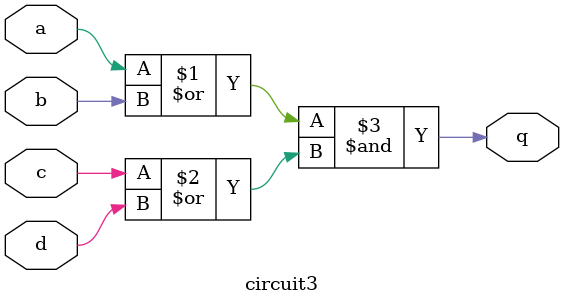
<source format=v>
module circuit3 (
	input a,
	input b,
	input c,
	input d,
	output q
);
	// based on given waveform, logic is q = (a | b) & (c | d);
	assign q = (a | b) & (c | d);

endmodule

</source>
